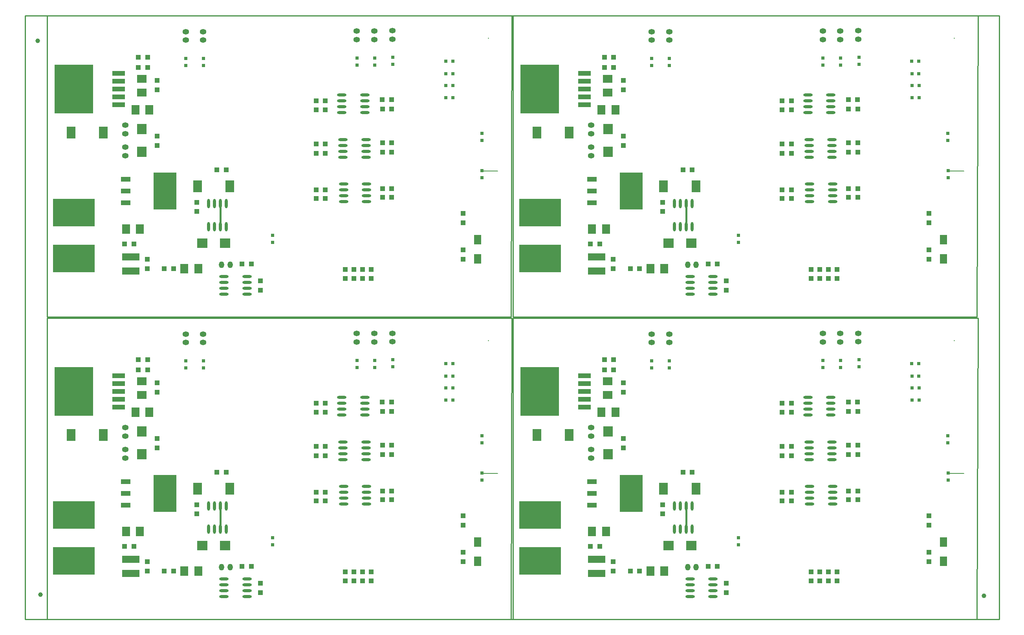
<source format=gtp>
G04*
G04 #@! TF.GenerationSoftware,Altium Limited,Altium Designer,20.0.13 (296)*
G04*
G04 Layer_Color=8421504*
%FSLAX24Y24*%
%MOIN*%
G70*
G01*
G75*
%ADD10C,0.0394*%
%ADD11O,0.0787X0.0236*%
%ADD12R,0.0394X0.0394*%
%ADD13R,0.0394X0.0394*%
%ADD14R,0.0846X0.0650*%
%ADD15R,0.0650X0.0846*%
%ADD16R,0.0846X0.0886*%
%ADD17O,0.0571X0.0453*%
%ADD18R,0.3543X0.2362*%
%ADD19R,0.1969X0.3150*%
%ADD20R,0.0827X0.0413*%
%ADD21R,0.1457X0.0591*%
%ADD22R,0.0315X0.0299*%
%ADD23O,0.0453X0.0571*%
%ADD24R,0.0768X0.0984*%
%ADD25R,0.0886X0.0846*%
%ADD26O,0.0236X0.0787*%
%ADD27R,0.3307X0.4134*%
%ADD28R,0.1102X0.0413*%
%ADD29R,0.0630X0.0787*%
%ADD30R,0.0299X0.0315*%
%ADD31C,0.0060*%
%ADD34C,0.0100*%
%ADD35C,0.0150*%
D10*
X79400Y2000D02*
D03*
X-650Y2100D02*
D03*
X-900Y49150D02*
D03*
D11*
X27025Y9800D02*
D03*
Y10300D02*
D03*
Y10800D02*
D03*
Y11300D02*
D03*
X25076Y9800D02*
D03*
Y10300D02*
D03*
Y10800D02*
D03*
Y11300D02*
D03*
X26975Y13575D02*
D03*
Y14075D02*
D03*
Y14575D02*
D03*
Y15075D02*
D03*
X25026Y13575D02*
D03*
Y14075D02*
D03*
Y14575D02*
D03*
Y15075D02*
D03*
X26875Y17350D02*
D03*
Y17850D02*
D03*
Y18350D02*
D03*
Y18850D02*
D03*
X24926Y17350D02*
D03*
Y17850D02*
D03*
Y18350D02*
D03*
Y18850D02*
D03*
X14926Y3415D02*
D03*
Y2915D02*
D03*
Y2415D02*
D03*
Y1915D02*
D03*
X16875Y3415D02*
D03*
Y2915D02*
D03*
Y2415D02*
D03*
Y1915D02*
D03*
X66573Y9800D02*
D03*
Y10300D02*
D03*
Y10800D02*
D03*
Y11300D02*
D03*
X64625Y9800D02*
D03*
Y10300D02*
D03*
Y10800D02*
D03*
Y11300D02*
D03*
X66523Y13575D02*
D03*
Y14075D02*
D03*
Y14575D02*
D03*
Y15075D02*
D03*
X64575Y13575D02*
D03*
Y14075D02*
D03*
Y14575D02*
D03*
Y15075D02*
D03*
X66423Y17350D02*
D03*
Y17850D02*
D03*
Y18350D02*
D03*
Y18850D02*
D03*
X64475Y17350D02*
D03*
Y17850D02*
D03*
Y18350D02*
D03*
Y18850D02*
D03*
X54475Y3415D02*
D03*
Y2915D02*
D03*
Y2415D02*
D03*
Y1915D02*
D03*
X56423Y3415D02*
D03*
Y2915D02*
D03*
Y2415D02*
D03*
Y1915D02*
D03*
X27025Y35500D02*
D03*
Y36000D02*
D03*
Y36500D02*
D03*
Y37000D02*
D03*
X25076Y35500D02*
D03*
Y36000D02*
D03*
Y36500D02*
D03*
Y37000D02*
D03*
X26975Y39275D02*
D03*
Y39775D02*
D03*
Y40275D02*
D03*
Y40775D02*
D03*
X25026Y39275D02*
D03*
Y39775D02*
D03*
Y40275D02*
D03*
Y40775D02*
D03*
X26875Y43050D02*
D03*
Y43550D02*
D03*
Y44050D02*
D03*
Y44550D02*
D03*
X24926Y43050D02*
D03*
Y43550D02*
D03*
Y44050D02*
D03*
Y44550D02*
D03*
X14926Y29115D02*
D03*
Y28615D02*
D03*
Y28115D02*
D03*
Y27615D02*
D03*
X16875Y29115D02*
D03*
Y28615D02*
D03*
Y28115D02*
D03*
Y27615D02*
D03*
X66573Y35500D02*
D03*
Y36000D02*
D03*
Y36500D02*
D03*
Y37000D02*
D03*
X64625Y35500D02*
D03*
Y36000D02*
D03*
Y36500D02*
D03*
Y37000D02*
D03*
X66523Y39275D02*
D03*
Y39775D02*
D03*
Y40275D02*
D03*
Y40775D02*
D03*
X64575Y39275D02*
D03*
Y39775D02*
D03*
Y40275D02*
D03*
Y40775D02*
D03*
X66423Y43050D02*
D03*
Y43550D02*
D03*
Y44050D02*
D03*
Y44550D02*
D03*
X64475Y43050D02*
D03*
Y43550D02*
D03*
Y44050D02*
D03*
Y44550D02*
D03*
X54475Y29115D02*
D03*
Y28615D02*
D03*
Y28115D02*
D03*
Y27615D02*
D03*
X56423Y29115D02*
D03*
Y28615D02*
D03*
Y28115D02*
D03*
Y27615D02*
D03*
D12*
X22731Y18381D02*
D03*
X23519D02*
D03*
X22731Y17600D02*
D03*
X23519D02*
D03*
X22731Y14710D02*
D03*
X23519D02*
D03*
X22731Y13910D02*
D03*
X23519D02*
D03*
X22731Y10800D02*
D03*
X23519D02*
D03*
X22731Y10050D02*
D03*
X23519D02*
D03*
X29150Y17650D02*
D03*
X28363D02*
D03*
X29144Y18450D02*
D03*
X28356D02*
D03*
X29150Y14000D02*
D03*
X28363D02*
D03*
X29150Y14800D02*
D03*
X28363D02*
D03*
X29150Y10174D02*
D03*
X28363D02*
D03*
X29150Y10896D02*
D03*
X28363D02*
D03*
X10644Y4100D02*
D03*
X9856D02*
D03*
X7265Y6200D02*
D03*
X6478D02*
D03*
X15100Y12500D02*
D03*
X14313D02*
D03*
X16455Y4495D02*
D03*
X17243D02*
D03*
X8444Y21200D02*
D03*
X7656D02*
D03*
Y22050D02*
D03*
X8444D02*
D03*
X62280Y18381D02*
D03*
X63067D02*
D03*
X62280Y17600D02*
D03*
X63067D02*
D03*
X62280Y14710D02*
D03*
X63067D02*
D03*
X62280Y13910D02*
D03*
X63067D02*
D03*
X62280Y10800D02*
D03*
X63067D02*
D03*
X62280Y10050D02*
D03*
X63067D02*
D03*
X68699Y17650D02*
D03*
X67912D02*
D03*
X68693Y18450D02*
D03*
X67905D02*
D03*
X68699Y14000D02*
D03*
X67912D02*
D03*
X68699Y14800D02*
D03*
X67912D02*
D03*
X68699Y10174D02*
D03*
X67912D02*
D03*
X68699Y10896D02*
D03*
X67912D02*
D03*
X50193Y4100D02*
D03*
X49405D02*
D03*
X46814Y6200D02*
D03*
X46027D02*
D03*
X54649Y12500D02*
D03*
X53862D02*
D03*
X56004Y4495D02*
D03*
X56791D02*
D03*
X47993Y21200D02*
D03*
X47205D02*
D03*
Y22050D02*
D03*
X47993D02*
D03*
X22731Y44081D02*
D03*
X23519D02*
D03*
X22731Y43300D02*
D03*
X23519D02*
D03*
X22731Y40411D02*
D03*
X23519D02*
D03*
X22731Y39611D02*
D03*
X23519D02*
D03*
X22731Y36500D02*
D03*
X23519D02*
D03*
X22731Y35750D02*
D03*
X23519D02*
D03*
X29150Y43350D02*
D03*
X28363D02*
D03*
X29144Y44150D02*
D03*
X28356D02*
D03*
X29150Y39700D02*
D03*
X28363D02*
D03*
X29150Y40500D02*
D03*
X28363D02*
D03*
X29150Y35874D02*
D03*
X28363D02*
D03*
X29150Y36597D02*
D03*
X28363D02*
D03*
X10644Y29800D02*
D03*
X9856D02*
D03*
X7265Y31900D02*
D03*
X6478D02*
D03*
X15100Y38200D02*
D03*
X14313D02*
D03*
X16455Y30196D02*
D03*
X17243D02*
D03*
X8444Y46900D02*
D03*
X7656D02*
D03*
Y47750D02*
D03*
X8444D02*
D03*
X62280Y44081D02*
D03*
X63067D02*
D03*
X62280Y43300D02*
D03*
X63067D02*
D03*
X62280Y40411D02*
D03*
X63067D02*
D03*
X62280Y39611D02*
D03*
X63067D02*
D03*
X62280Y36500D02*
D03*
X63067D02*
D03*
X62280Y35750D02*
D03*
X63067D02*
D03*
X68699Y43350D02*
D03*
X67912D02*
D03*
X68693Y44150D02*
D03*
X67905D02*
D03*
X68699Y39700D02*
D03*
X67912D02*
D03*
X68699Y40500D02*
D03*
X67912D02*
D03*
X68699Y35874D02*
D03*
X67912D02*
D03*
X68699Y36597D02*
D03*
X67912D02*
D03*
X50193Y29800D02*
D03*
X49405D02*
D03*
X46814Y31900D02*
D03*
X46027D02*
D03*
X54649Y38200D02*
D03*
X53862D02*
D03*
X56004Y30196D02*
D03*
X56791D02*
D03*
X47993Y46900D02*
D03*
X47205D02*
D03*
Y47750D02*
D03*
X47993D02*
D03*
D13*
X9250Y20094D02*
D03*
Y19306D02*
D03*
Y15350D02*
D03*
Y14563D02*
D03*
X27400Y3256D02*
D03*
Y4044D02*
D03*
X25200Y3256D02*
D03*
Y4044D02*
D03*
X25933Y3256D02*
D03*
Y4044D02*
D03*
X26667Y3256D02*
D03*
Y4044D02*
D03*
X18000Y2263D02*
D03*
Y3050D02*
D03*
X8400Y4888D02*
D03*
Y4100D02*
D03*
X12600Y9738D02*
D03*
Y8950D02*
D03*
X35200Y4913D02*
D03*
Y5700D02*
D03*
Y8006D02*
D03*
Y8794D02*
D03*
X48799Y20094D02*
D03*
Y19306D02*
D03*
Y15350D02*
D03*
Y14563D02*
D03*
X66949Y3256D02*
D03*
Y4044D02*
D03*
X64749Y3256D02*
D03*
Y4044D02*
D03*
X65482Y3256D02*
D03*
Y4044D02*
D03*
X66216Y3256D02*
D03*
Y4044D02*
D03*
X57549Y2263D02*
D03*
Y3050D02*
D03*
X47949Y4888D02*
D03*
Y4100D02*
D03*
X52149Y9738D02*
D03*
Y8950D02*
D03*
X74749Y4913D02*
D03*
Y5700D02*
D03*
Y8006D02*
D03*
Y8794D02*
D03*
X9250Y45794D02*
D03*
Y45007D02*
D03*
Y41050D02*
D03*
Y40263D02*
D03*
X27400Y28957D02*
D03*
Y29744D02*
D03*
X25200Y28957D02*
D03*
Y29744D02*
D03*
X25933Y28957D02*
D03*
Y29744D02*
D03*
X26667Y28957D02*
D03*
Y29744D02*
D03*
X18000Y27963D02*
D03*
Y28750D02*
D03*
X8400Y30588D02*
D03*
Y29800D02*
D03*
X12600Y35438D02*
D03*
Y34650D02*
D03*
X35200Y30613D02*
D03*
Y31400D02*
D03*
Y33707D02*
D03*
Y34494D02*
D03*
X48799Y45794D02*
D03*
Y45007D02*
D03*
Y41050D02*
D03*
Y40263D02*
D03*
X66949Y28957D02*
D03*
Y29744D02*
D03*
X64749Y28957D02*
D03*
Y29744D02*
D03*
X65482Y28957D02*
D03*
Y29744D02*
D03*
X66216Y28957D02*
D03*
Y29744D02*
D03*
X57549Y27963D02*
D03*
Y28750D02*
D03*
X47949Y30588D02*
D03*
Y29800D02*
D03*
X52149Y35438D02*
D03*
Y34650D02*
D03*
X74749Y30613D02*
D03*
Y31400D02*
D03*
Y33707D02*
D03*
Y34494D02*
D03*
D14*
X7942Y20241D02*
D03*
Y19060D02*
D03*
X47491Y20241D02*
D03*
Y19060D02*
D03*
X7942Y45941D02*
D03*
Y44760D02*
D03*
X47491Y45941D02*
D03*
Y44760D02*
D03*
D15*
X7410Y17600D02*
D03*
X8591D02*
D03*
X11560Y4092D02*
D03*
X12741D02*
D03*
X7787Y7450D02*
D03*
X6606D02*
D03*
X46958Y17600D02*
D03*
X48139D02*
D03*
X51108Y4092D02*
D03*
X52289D02*
D03*
X47336Y7450D02*
D03*
X46155D02*
D03*
X7410Y43300D02*
D03*
X8591D02*
D03*
X11560Y29792D02*
D03*
X12741D02*
D03*
X7787Y33150D02*
D03*
X6606D02*
D03*
X46958Y43300D02*
D03*
X48139D02*
D03*
X51108Y29792D02*
D03*
X52289D02*
D03*
X47336Y33150D02*
D03*
X46155D02*
D03*
D16*
X7950Y15965D02*
D03*
Y14036D02*
D03*
X47499Y15965D02*
D03*
Y14036D02*
D03*
X7950Y41665D02*
D03*
Y39736D02*
D03*
X47499Y41665D02*
D03*
Y39736D02*
D03*
D17*
X6543Y14420D02*
D03*
Y13691D02*
D03*
Y15577D02*
D03*
Y16305D02*
D03*
X29200Y24314D02*
D03*
Y23586D02*
D03*
X26180Y23565D02*
D03*
Y24294D02*
D03*
X27670Y23565D02*
D03*
Y24294D02*
D03*
X13155Y23517D02*
D03*
Y24245D02*
D03*
X11665Y23517D02*
D03*
Y24245D02*
D03*
X46092Y14420D02*
D03*
Y13691D02*
D03*
Y15577D02*
D03*
Y16305D02*
D03*
X68749Y24314D02*
D03*
Y23586D02*
D03*
X65729Y23565D02*
D03*
Y24294D02*
D03*
X67219Y23565D02*
D03*
Y24294D02*
D03*
X52704Y23517D02*
D03*
Y24245D02*
D03*
X51214Y23517D02*
D03*
Y24245D02*
D03*
X6543Y40120D02*
D03*
Y39392D02*
D03*
Y41277D02*
D03*
Y42006D02*
D03*
X29200Y50015D02*
D03*
Y49286D02*
D03*
X26180Y49266D02*
D03*
Y49994D02*
D03*
X27670Y49266D02*
D03*
Y49994D02*
D03*
X13155Y49217D02*
D03*
Y49946D02*
D03*
X11665Y49217D02*
D03*
Y49946D02*
D03*
X46092Y40120D02*
D03*
Y39392D02*
D03*
Y41277D02*
D03*
Y42006D02*
D03*
X68749Y50015D02*
D03*
Y49286D02*
D03*
X65729Y49266D02*
D03*
Y49994D02*
D03*
X67219Y49266D02*
D03*
Y49994D02*
D03*
X52704Y49217D02*
D03*
Y49946D02*
D03*
X51214Y49217D02*
D03*
Y49946D02*
D03*
D18*
X2187Y4950D02*
D03*
Y8850D02*
D03*
X41736Y4950D02*
D03*
Y8850D02*
D03*
X2187Y30650D02*
D03*
Y34550D02*
D03*
X41736Y30650D02*
D03*
Y34550D02*
D03*
D19*
X9914Y10700D02*
D03*
X49462D02*
D03*
X9914Y36400D02*
D03*
X49462D02*
D03*
D20*
X6587Y9700D02*
D03*
Y10700D02*
D03*
Y11700D02*
D03*
X46136Y9700D02*
D03*
Y10700D02*
D03*
Y11700D02*
D03*
X6587Y35400D02*
D03*
Y36400D02*
D03*
Y37400D02*
D03*
X46136Y35400D02*
D03*
Y36400D02*
D03*
Y37400D02*
D03*
D21*
X7010Y3886D02*
D03*
Y5106D02*
D03*
X46559Y3886D02*
D03*
Y5106D02*
D03*
X7010Y29586D02*
D03*
Y30807D02*
D03*
X46559Y29586D02*
D03*
Y30807D02*
D03*
D22*
X19045Y6942D02*
D03*
Y6344D02*
D03*
X36814Y12425D02*
D03*
Y11827D02*
D03*
X36800Y15599D02*
D03*
Y15000D02*
D03*
X26200Y21999D02*
D03*
Y21401D02*
D03*
X27700Y21999D02*
D03*
Y21401D02*
D03*
X29250Y22049D02*
D03*
Y21451D02*
D03*
X13165Y21951D02*
D03*
Y21353D02*
D03*
X11665Y21951D02*
D03*
Y21353D02*
D03*
X58593Y6942D02*
D03*
Y6344D02*
D03*
X76363Y12425D02*
D03*
Y11827D02*
D03*
X76349Y15599D02*
D03*
Y15000D02*
D03*
X65749Y21999D02*
D03*
Y21401D02*
D03*
X67249Y21999D02*
D03*
Y21401D02*
D03*
X68799Y22049D02*
D03*
Y21451D02*
D03*
X52714Y21951D02*
D03*
Y21353D02*
D03*
X51214Y21951D02*
D03*
Y21353D02*
D03*
X19045Y32642D02*
D03*
Y32044D02*
D03*
X36814Y38126D02*
D03*
Y37527D02*
D03*
X36800Y41299D02*
D03*
Y40700D02*
D03*
X26200Y47700D02*
D03*
Y47101D02*
D03*
X27700Y47700D02*
D03*
Y47101D02*
D03*
X29250Y47750D02*
D03*
Y47151D02*
D03*
X13165Y47651D02*
D03*
Y47053D02*
D03*
X11665Y47651D02*
D03*
Y47053D02*
D03*
X58593Y32642D02*
D03*
Y32044D02*
D03*
X76363Y38126D02*
D03*
Y37527D02*
D03*
X76349Y41299D02*
D03*
Y40700D02*
D03*
X65749Y47700D02*
D03*
Y47101D02*
D03*
X67249Y47700D02*
D03*
Y47101D02*
D03*
X68799Y47750D02*
D03*
Y47151D02*
D03*
X52714Y47651D02*
D03*
Y47053D02*
D03*
X51214Y47651D02*
D03*
Y47053D02*
D03*
D23*
X14715Y4430D02*
D03*
X15443D02*
D03*
X54263D02*
D03*
X54992D02*
D03*
X14715Y30130D02*
D03*
X15443D02*
D03*
X54263D02*
D03*
X54992D02*
D03*
D24*
X12680Y11100D02*
D03*
X15416D02*
D03*
X4668Y15650D02*
D03*
X1932D02*
D03*
X52228Y11100D02*
D03*
X54965D02*
D03*
X44217Y15650D02*
D03*
X41481D02*
D03*
X12680Y36800D02*
D03*
X15416D02*
D03*
X4668Y41350D02*
D03*
X1932D02*
D03*
X52228Y36800D02*
D03*
X54965D02*
D03*
X44217Y41350D02*
D03*
X41481D02*
D03*
D25*
X15015Y6250D02*
D03*
X13086D02*
D03*
X54563D02*
D03*
X52634D02*
D03*
X15015Y31950D02*
D03*
X13086D02*
D03*
X54563D02*
D03*
X52634D02*
D03*
D26*
X13600Y7676D02*
D03*
X14100D02*
D03*
X14600D02*
D03*
X15100D02*
D03*
X13600Y9625D02*
D03*
X14100D02*
D03*
X14600D02*
D03*
X15100D02*
D03*
X53149Y7676D02*
D03*
X53649D02*
D03*
X54149D02*
D03*
X54649D02*
D03*
X53149Y9625D02*
D03*
X53649D02*
D03*
X54149D02*
D03*
X54649D02*
D03*
X13600Y33376D02*
D03*
X14100D02*
D03*
X14600D02*
D03*
X15100D02*
D03*
X13600Y35325D02*
D03*
X14100D02*
D03*
X14600D02*
D03*
X15100D02*
D03*
X53149Y33376D02*
D03*
X53649D02*
D03*
X54149D02*
D03*
X54649D02*
D03*
X53149Y35325D02*
D03*
X53649D02*
D03*
X54149D02*
D03*
X54649D02*
D03*
D27*
X2179Y19361D02*
D03*
X41727D02*
D03*
X2179Y45061D02*
D03*
X41727D02*
D03*
D28*
X5978Y20699D02*
D03*
Y20030D02*
D03*
Y19361D02*
D03*
Y18691D02*
D03*
Y18022D02*
D03*
X45527Y20699D02*
D03*
Y20030D02*
D03*
Y19361D02*
D03*
Y18691D02*
D03*
Y18022D02*
D03*
X5978Y46400D02*
D03*
Y45730D02*
D03*
Y45061D02*
D03*
Y44392D02*
D03*
Y43723D02*
D03*
X45527Y46400D02*
D03*
Y45730D02*
D03*
Y45061D02*
D03*
Y44392D02*
D03*
Y43723D02*
D03*
D29*
X36432Y4923D02*
D03*
Y6577D02*
D03*
X75981Y4923D02*
D03*
Y6577D02*
D03*
X36432Y30624D02*
D03*
Y32277D02*
D03*
X75981Y30624D02*
D03*
Y32277D02*
D03*
D30*
X33748Y18618D02*
D03*
X34347D02*
D03*
X34349Y19650D02*
D03*
X33751D02*
D03*
X33744Y21731D02*
D03*
X34342D02*
D03*
X33746Y20676D02*
D03*
X34344D02*
D03*
X73297Y18618D02*
D03*
X73895D02*
D03*
X73898Y19650D02*
D03*
X73300D02*
D03*
X73292Y21731D02*
D03*
X73891D02*
D03*
X73295Y20676D02*
D03*
X73893D02*
D03*
X33748Y44318D02*
D03*
X34347D02*
D03*
X34349Y45350D02*
D03*
X33751D02*
D03*
X33744Y47431D02*
D03*
X34342D02*
D03*
X33746Y46376D02*
D03*
X34344D02*
D03*
X73297Y44318D02*
D03*
X73895D02*
D03*
X73898Y45350D02*
D03*
X73300D02*
D03*
X73292Y47431D02*
D03*
X73891D02*
D03*
X73295Y46376D02*
D03*
X73893D02*
D03*
D31*
X36800Y12400D02*
X38150D01*
X76349D02*
X77699D01*
X36800Y38100D02*
X38150D01*
X76349D02*
X77699D01*
D34*
X0Y0D02*
X78900D01*
X0Y51300D02*
X79050D01*
X78700D02*
X79400D01*
X80700D01*
X79400Y0D02*
X80700D01*
X78700D02*
X79400D01*
X80700Y51300D02*
X80700Y0D01*
X-1969D02*
Y51300D01*
X-700D02*
X0D01*
X-1969D02*
X-700D01*
X-1969Y0D02*
X-700D01*
X0D01*
X-100Y25600D02*
X39270D01*
X37329Y23682D02*
X37329Y23682D01*
X39270Y0D02*
X39349Y25600D01*
X33900Y25600D02*
X39349D01*
X-100D02*
X-100Y10D01*
Y0D02*
X39270D01*
X39449Y25600D02*
X78819D01*
X76877Y23682D02*
X76877Y23682D01*
X78819Y0D02*
X78897Y25600D01*
X73449Y25600D02*
X78897D01*
X39449D02*
X39449Y10D01*
Y0D02*
X78819D01*
X-100Y51300D02*
X39270D01*
X37329Y49382D02*
X37329Y49382D01*
X39270Y25700D02*
X39349Y51300D01*
X33900Y51300D02*
X39349D01*
X-100D02*
X-100Y25710D01*
Y25700D02*
X39270D01*
X39449Y51300D02*
X78819D01*
X76877Y49382D02*
X76877Y49382D01*
X78819Y25700D02*
X78897Y51300D01*
X73449Y51300D02*
X78897D01*
X39449D02*
X39449Y25710D01*
Y25700D02*
X78819D01*
D35*
X14600Y9000D02*
Y9350D01*
Y8600D02*
Y9000D01*
Y8250D02*
Y8600D01*
Y7900D02*
Y8250D01*
X54149Y9000D02*
Y9350D01*
Y8600D02*
Y9000D01*
Y8250D02*
Y8600D01*
Y7900D02*
Y8250D01*
X14600Y34700D02*
Y35050D01*
Y34300D02*
Y34700D01*
Y33950D02*
Y34300D01*
Y33600D02*
Y33950D01*
X54149Y34700D02*
Y35050D01*
Y34300D02*
Y34700D01*
Y33950D02*
Y34300D01*
Y33600D02*
Y33950D01*
M02*

</source>
